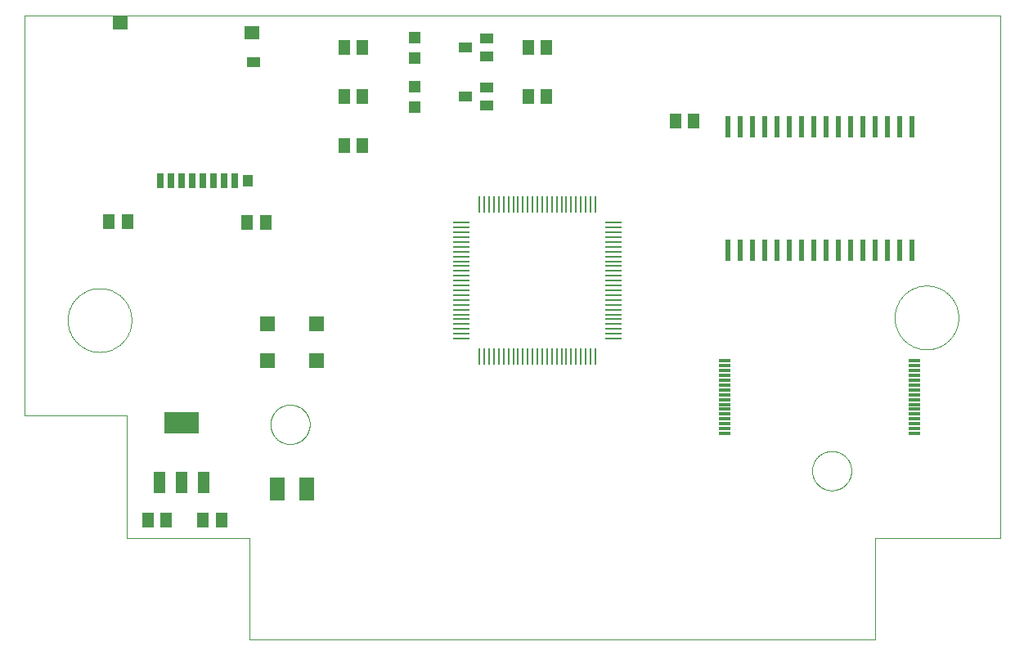
<source format=gtp>
G75*
%MOIN*%
%OFA0B0*%
%FSLAX25Y25*%
%IPPOS*%
%LPD*%
%AMOC8*
5,1,8,0,0,1.08239X$1,22.5*
%
%ADD10R,0.05118X0.05906*%
%ADD11R,0.06299X0.09449*%
%ADD12R,0.04724X0.04724*%
%ADD13R,0.04724X0.01417*%
%ADD14R,0.02362X0.08661*%
%ADD15R,0.07087X0.00950*%
%ADD16R,0.00950X0.07087*%
%ADD17R,0.04800X0.08800*%
%ADD18R,0.14173X0.08661*%
%ADD19C,0.00000*%
%ADD20R,0.05512X0.03937*%
%ADD21R,0.06299X0.05906*%
%ADD22R,0.05906X0.05315*%
%ADD23R,0.03937X0.05118*%
%ADD24R,0.02953X0.05906*%
D10*
X0052500Y0057500D03*
X0059980Y0057500D03*
X0075000Y0057500D03*
X0082480Y0057500D03*
X0092996Y0178624D03*
X0100476Y0178624D03*
X0132500Y0210000D03*
X0139980Y0210000D03*
X0139980Y0230000D03*
X0132500Y0230000D03*
X0132500Y0250000D03*
X0139980Y0250000D03*
X0207500Y0250000D03*
X0214980Y0250000D03*
X0214980Y0230000D03*
X0207500Y0230000D03*
X0267500Y0220000D03*
X0274980Y0220000D03*
X0044067Y0178968D03*
X0036587Y0178968D03*
D11*
X0105335Y0070000D03*
X0117146Y0070000D03*
D12*
X0161240Y0225866D03*
X0161240Y0234134D03*
X0161240Y0245866D03*
X0161240Y0254134D03*
D13*
X0287461Y0122264D03*
X0287461Y0120295D03*
X0287461Y0118327D03*
X0287461Y0116358D03*
X0287461Y0114390D03*
X0287461Y0112421D03*
X0287461Y0110453D03*
X0287461Y0108484D03*
X0287461Y0106516D03*
X0287461Y0104547D03*
X0287461Y0102579D03*
X0287461Y0100610D03*
X0287461Y0098642D03*
X0287461Y0096673D03*
X0287461Y0094705D03*
X0287461Y0092736D03*
X0365020Y0092736D03*
X0365020Y0094705D03*
X0365020Y0096673D03*
X0365020Y0098642D03*
X0365020Y0100610D03*
X0365020Y0102579D03*
X0365020Y0104547D03*
X0365020Y0106516D03*
X0365020Y0108484D03*
X0365020Y0110453D03*
X0365020Y0112421D03*
X0365020Y0114390D03*
X0365020Y0116358D03*
X0365020Y0118327D03*
X0365020Y0120295D03*
X0365020Y0122264D03*
D14*
X0363740Y0167303D03*
X0358740Y0167303D03*
X0353740Y0167303D03*
X0348740Y0167303D03*
X0343740Y0167303D03*
X0338740Y0167303D03*
X0333740Y0167303D03*
X0328740Y0167303D03*
X0323740Y0167303D03*
X0318740Y0167303D03*
X0313740Y0167303D03*
X0308740Y0167303D03*
X0303740Y0167303D03*
X0298740Y0167303D03*
X0293740Y0167303D03*
X0288740Y0167303D03*
X0288740Y0217697D03*
X0293740Y0217697D03*
X0298740Y0217697D03*
X0303740Y0217697D03*
X0308740Y0217697D03*
X0313740Y0217697D03*
X0318740Y0217697D03*
X0323740Y0217697D03*
X0328740Y0217697D03*
X0333740Y0217697D03*
X0338740Y0217697D03*
X0343740Y0217697D03*
X0348740Y0217697D03*
X0353740Y0217697D03*
X0358740Y0217697D03*
X0363740Y0217697D03*
D15*
X0242343Y0178622D03*
X0242343Y0176654D03*
X0242343Y0174685D03*
X0242343Y0172717D03*
X0242343Y0170748D03*
X0242343Y0168780D03*
X0242343Y0166811D03*
X0242343Y0164843D03*
X0242343Y0162874D03*
X0242343Y0160906D03*
X0242343Y0158937D03*
X0242343Y0156969D03*
X0242343Y0155000D03*
X0242343Y0153031D03*
X0242343Y0151063D03*
X0242343Y0149094D03*
X0242343Y0147126D03*
X0242343Y0145157D03*
X0242343Y0143189D03*
X0242343Y0141220D03*
X0242343Y0139252D03*
X0242343Y0137283D03*
X0242343Y0135315D03*
X0242343Y0133346D03*
X0242343Y0131378D03*
X0180138Y0131378D03*
X0180138Y0133346D03*
X0180138Y0135315D03*
X0180138Y0137283D03*
X0180138Y0139252D03*
X0180138Y0141220D03*
X0180138Y0143189D03*
X0180138Y0145157D03*
X0180138Y0147126D03*
X0180138Y0149094D03*
X0180138Y0151063D03*
X0180138Y0153031D03*
X0180138Y0155000D03*
X0180138Y0156969D03*
X0180138Y0158937D03*
X0180138Y0160906D03*
X0180138Y0162874D03*
X0180138Y0164843D03*
X0180138Y0166811D03*
X0180138Y0168780D03*
X0180138Y0170748D03*
X0180138Y0172717D03*
X0180138Y0174685D03*
X0180138Y0176654D03*
X0180138Y0178622D03*
D16*
X0187618Y0186102D03*
X0189587Y0186102D03*
X0191555Y0186102D03*
X0193524Y0186102D03*
X0195492Y0186102D03*
X0197461Y0186102D03*
X0199429Y0186102D03*
X0201398Y0186102D03*
X0203366Y0186102D03*
X0205335Y0186102D03*
X0207303Y0186102D03*
X0209272Y0186102D03*
X0211240Y0186102D03*
X0213209Y0186102D03*
X0215177Y0186102D03*
X0217146Y0186102D03*
X0219114Y0186102D03*
X0221083Y0186102D03*
X0223051Y0186102D03*
X0225020Y0186102D03*
X0226988Y0186102D03*
X0228957Y0186102D03*
X0230925Y0186102D03*
X0232894Y0186102D03*
X0234862Y0186102D03*
X0234862Y0123898D03*
X0232894Y0123898D03*
X0230925Y0123898D03*
X0228957Y0123898D03*
X0226988Y0123898D03*
X0225020Y0123898D03*
X0223051Y0123898D03*
X0221083Y0123898D03*
X0219114Y0123898D03*
X0217146Y0123898D03*
X0215177Y0123898D03*
X0213209Y0123898D03*
X0211240Y0123898D03*
X0209272Y0123898D03*
X0207303Y0123898D03*
X0205335Y0123898D03*
X0203366Y0123898D03*
X0201398Y0123898D03*
X0199429Y0123898D03*
X0197461Y0123898D03*
X0195492Y0123898D03*
X0193524Y0123898D03*
X0191555Y0123898D03*
X0189587Y0123898D03*
X0187618Y0123898D03*
D17*
X0075340Y0072800D03*
X0066240Y0072800D03*
X0057140Y0072800D03*
D18*
X0066240Y0097201D03*
D19*
X0043740Y0050000D02*
X0093740Y0050000D01*
X0093740Y0008750D01*
X0348740Y0008750D01*
X0348740Y0050000D01*
X0399803Y0050000D01*
X0399803Y0263157D01*
X0002165Y0263157D01*
X0002165Y0100000D01*
X0043740Y0100000D01*
X0043740Y0050000D01*
X0102453Y0096398D02*
X0102455Y0096594D01*
X0102463Y0096791D01*
X0102475Y0096987D01*
X0102492Y0097182D01*
X0102513Y0097377D01*
X0102540Y0097572D01*
X0102571Y0097766D01*
X0102607Y0097959D01*
X0102647Y0098151D01*
X0102693Y0098342D01*
X0102743Y0098532D01*
X0102797Y0098720D01*
X0102857Y0098907D01*
X0102921Y0099093D01*
X0102989Y0099277D01*
X0103062Y0099459D01*
X0103139Y0099640D01*
X0103221Y0099818D01*
X0103307Y0099995D01*
X0103398Y0100169D01*
X0103492Y0100341D01*
X0103591Y0100511D01*
X0103694Y0100678D01*
X0103801Y0100843D01*
X0103912Y0101004D01*
X0104027Y0101164D01*
X0104146Y0101320D01*
X0104269Y0101473D01*
X0104395Y0101623D01*
X0104525Y0101770D01*
X0104659Y0101914D01*
X0104796Y0102055D01*
X0104937Y0102192D01*
X0105081Y0102326D01*
X0105228Y0102456D01*
X0105378Y0102582D01*
X0105531Y0102705D01*
X0105687Y0102824D01*
X0105847Y0102939D01*
X0106008Y0103050D01*
X0106173Y0103157D01*
X0106340Y0103260D01*
X0106510Y0103359D01*
X0106682Y0103453D01*
X0106856Y0103544D01*
X0107033Y0103630D01*
X0107211Y0103712D01*
X0107392Y0103789D01*
X0107574Y0103862D01*
X0107758Y0103930D01*
X0107944Y0103994D01*
X0108131Y0104054D01*
X0108319Y0104108D01*
X0108509Y0104158D01*
X0108700Y0104204D01*
X0108892Y0104244D01*
X0109085Y0104280D01*
X0109279Y0104311D01*
X0109474Y0104338D01*
X0109669Y0104359D01*
X0109864Y0104376D01*
X0110060Y0104388D01*
X0110257Y0104396D01*
X0110453Y0104398D01*
X0110649Y0104396D01*
X0110846Y0104388D01*
X0111042Y0104376D01*
X0111237Y0104359D01*
X0111432Y0104338D01*
X0111627Y0104311D01*
X0111821Y0104280D01*
X0112014Y0104244D01*
X0112206Y0104204D01*
X0112397Y0104158D01*
X0112587Y0104108D01*
X0112775Y0104054D01*
X0112962Y0103994D01*
X0113148Y0103930D01*
X0113332Y0103862D01*
X0113514Y0103789D01*
X0113695Y0103712D01*
X0113873Y0103630D01*
X0114050Y0103544D01*
X0114224Y0103453D01*
X0114396Y0103359D01*
X0114566Y0103260D01*
X0114733Y0103157D01*
X0114898Y0103050D01*
X0115059Y0102939D01*
X0115219Y0102824D01*
X0115375Y0102705D01*
X0115528Y0102582D01*
X0115678Y0102456D01*
X0115825Y0102326D01*
X0115969Y0102192D01*
X0116110Y0102055D01*
X0116247Y0101914D01*
X0116381Y0101770D01*
X0116511Y0101623D01*
X0116637Y0101473D01*
X0116760Y0101320D01*
X0116879Y0101164D01*
X0116994Y0101004D01*
X0117105Y0100843D01*
X0117212Y0100678D01*
X0117315Y0100511D01*
X0117414Y0100341D01*
X0117508Y0100169D01*
X0117599Y0099995D01*
X0117685Y0099818D01*
X0117767Y0099640D01*
X0117844Y0099459D01*
X0117917Y0099277D01*
X0117985Y0099093D01*
X0118049Y0098907D01*
X0118109Y0098720D01*
X0118163Y0098532D01*
X0118213Y0098342D01*
X0118259Y0098151D01*
X0118299Y0097959D01*
X0118335Y0097766D01*
X0118366Y0097572D01*
X0118393Y0097377D01*
X0118414Y0097182D01*
X0118431Y0096987D01*
X0118443Y0096791D01*
X0118451Y0096594D01*
X0118453Y0096398D01*
X0118451Y0096202D01*
X0118443Y0096005D01*
X0118431Y0095809D01*
X0118414Y0095614D01*
X0118393Y0095419D01*
X0118366Y0095224D01*
X0118335Y0095030D01*
X0118299Y0094837D01*
X0118259Y0094645D01*
X0118213Y0094454D01*
X0118163Y0094264D01*
X0118109Y0094076D01*
X0118049Y0093889D01*
X0117985Y0093703D01*
X0117917Y0093519D01*
X0117844Y0093337D01*
X0117767Y0093156D01*
X0117685Y0092978D01*
X0117599Y0092801D01*
X0117508Y0092627D01*
X0117414Y0092455D01*
X0117315Y0092285D01*
X0117212Y0092118D01*
X0117105Y0091953D01*
X0116994Y0091792D01*
X0116879Y0091632D01*
X0116760Y0091476D01*
X0116637Y0091323D01*
X0116511Y0091173D01*
X0116381Y0091026D01*
X0116247Y0090882D01*
X0116110Y0090741D01*
X0115969Y0090604D01*
X0115825Y0090470D01*
X0115678Y0090340D01*
X0115528Y0090214D01*
X0115375Y0090091D01*
X0115219Y0089972D01*
X0115059Y0089857D01*
X0114898Y0089746D01*
X0114733Y0089639D01*
X0114566Y0089536D01*
X0114396Y0089437D01*
X0114224Y0089343D01*
X0114050Y0089252D01*
X0113873Y0089166D01*
X0113695Y0089084D01*
X0113514Y0089007D01*
X0113332Y0088934D01*
X0113148Y0088866D01*
X0112962Y0088802D01*
X0112775Y0088742D01*
X0112587Y0088688D01*
X0112397Y0088638D01*
X0112206Y0088592D01*
X0112014Y0088552D01*
X0111821Y0088516D01*
X0111627Y0088485D01*
X0111432Y0088458D01*
X0111237Y0088437D01*
X0111042Y0088420D01*
X0110846Y0088408D01*
X0110649Y0088400D01*
X0110453Y0088398D01*
X0110257Y0088400D01*
X0110060Y0088408D01*
X0109864Y0088420D01*
X0109669Y0088437D01*
X0109474Y0088458D01*
X0109279Y0088485D01*
X0109085Y0088516D01*
X0108892Y0088552D01*
X0108700Y0088592D01*
X0108509Y0088638D01*
X0108319Y0088688D01*
X0108131Y0088742D01*
X0107944Y0088802D01*
X0107758Y0088866D01*
X0107574Y0088934D01*
X0107392Y0089007D01*
X0107211Y0089084D01*
X0107033Y0089166D01*
X0106856Y0089252D01*
X0106682Y0089343D01*
X0106510Y0089437D01*
X0106340Y0089536D01*
X0106173Y0089639D01*
X0106008Y0089746D01*
X0105847Y0089857D01*
X0105687Y0089972D01*
X0105531Y0090091D01*
X0105378Y0090214D01*
X0105228Y0090340D01*
X0105081Y0090470D01*
X0104937Y0090604D01*
X0104796Y0090741D01*
X0104659Y0090882D01*
X0104525Y0091026D01*
X0104395Y0091173D01*
X0104269Y0091323D01*
X0104146Y0091476D01*
X0104027Y0091632D01*
X0103912Y0091792D01*
X0103801Y0091953D01*
X0103694Y0092118D01*
X0103591Y0092285D01*
X0103492Y0092455D01*
X0103398Y0092627D01*
X0103307Y0092801D01*
X0103221Y0092978D01*
X0103139Y0093156D01*
X0103062Y0093337D01*
X0102989Y0093519D01*
X0102921Y0093703D01*
X0102857Y0093889D01*
X0102797Y0094076D01*
X0102743Y0094264D01*
X0102693Y0094454D01*
X0102647Y0094645D01*
X0102607Y0094837D01*
X0102571Y0095030D01*
X0102540Y0095224D01*
X0102513Y0095419D01*
X0102492Y0095614D01*
X0102475Y0095809D01*
X0102463Y0096005D01*
X0102455Y0096202D01*
X0102453Y0096398D01*
X0019819Y0138886D02*
X0019823Y0139205D01*
X0019835Y0139524D01*
X0019854Y0139842D01*
X0019882Y0140160D01*
X0019917Y0140477D01*
X0019960Y0140793D01*
X0020010Y0141109D01*
X0020069Y0141422D01*
X0020135Y0141734D01*
X0020209Y0142045D01*
X0020290Y0142353D01*
X0020379Y0142660D01*
X0020475Y0142964D01*
X0020579Y0143266D01*
X0020690Y0143565D01*
X0020809Y0143861D01*
X0020934Y0144154D01*
X0021067Y0144444D01*
X0021207Y0144731D01*
X0021354Y0145014D01*
X0021508Y0145294D01*
X0021669Y0145569D01*
X0021836Y0145841D01*
X0022010Y0146108D01*
X0022190Y0146372D01*
X0022377Y0146630D01*
X0022570Y0146884D01*
X0022770Y0147133D01*
X0022975Y0147377D01*
X0023187Y0147616D01*
X0023404Y0147850D01*
X0023627Y0148078D01*
X0023855Y0148301D01*
X0024089Y0148518D01*
X0024328Y0148730D01*
X0024572Y0148935D01*
X0024821Y0149135D01*
X0025075Y0149328D01*
X0025333Y0149515D01*
X0025597Y0149695D01*
X0025864Y0149869D01*
X0026136Y0150036D01*
X0026411Y0150197D01*
X0026691Y0150351D01*
X0026974Y0150498D01*
X0027261Y0150638D01*
X0027551Y0150771D01*
X0027844Y0150896D01*
X0028140Y0151015D01*
X0028439Y0151126D01*
X0028741Y0151230D01*
X0029045Y0151326D01*
X0029352Y0151415D01*
X0029660Y0151496D01*
X0029971Y0151570D01*
X0030283Y0151636D01*
X0030596Y0151695D01*
X0030912Y0151745D01*
X0031228Y0151788D01*
X0031545Y0151823D01*
X0031863Y0151851D01*
X0032181Y0151870D01*
X0032500Y0151882D01*
X0032819Y0151886D01*
X0033138Y0151882D01*
X0033457Y0151870D01*
X0033775Y0151851D01*
X0034093Y0151823D01*
X0034410Y0151788D01*
X0034726Y0151745D01*
X0035042Y0151695D01*
X0035355Y0151636D01*
X0035667Y0151570D01*
X0035978Y0151496D01*
X0036286Y0151415D01*
X0036593Y0151326D01*
X0036897Y0151230D01*
X0037199Y0151126D01*
X0037498Y0151015D01*
X0037794Y0150896D01*
X0038087Y0150771D01*
X0038377Y0150638D01*
X0038664Y0150498D01*
X0038947Y0150351D01*
X0039227Y0150197D01*
X0039502Y0150036D01*
X0039774Y0149869D01*
X0040041Y0149695D01*
X0040305Y0149515D01*
X0040563Y0149328D01*
X0040817Y0149135D01*
X0041066Y0148935D01*
X0041310Y0148730D01*
X0041549Y0148518D01*
X0041783Y0148301D01*
X0042011Y0148078D01*
X0042234Y0147850D01*
X0042451Y0147616D01*
X0042663Y0147377D01*
X0042868Y0147133D01*
X0043068Y0146884D01*
X0043261Y0146630D01*
X0043448Y0146372D01*
X0043628Y0146108D01*
X0043802Y0145841D01*
X0043969Y0145569D01*
X0044130Y0145294D01*
X0044284Y0145014D01*
X0044431Y0144731D01*
X0044571Y0144444D01*
X0044704Y0144154D01*
X0044829Y0143861D01*
X0044948Y0143565D01*
X0045059Y0143266D01*
X0045163Y0142964D01*
X0045259Y0142660D01*
X0045348Y0142353D01*
X0045429Y0142045D01*
X0045503Y0141734D01*
X0045569Y0141422D01*
X0045628Y0141109D01*
X0045678Y0140793D01*
X0045721Y0140477D01*
X0045756Y0140160D01*
X0045784Y0139842D01*
X0045803Y0139524D01*
X0045815Y0139205D01*
X0045819Y0138886D01*
X0045815Y0138567D01*
X0045803Y0138248D01*
X0045784Y0137930D01*
X0045756Y0137612D01*
X0045721Y0137295D01*
X0045678Y0136979D01*
X0045628Y0136663D01*
X0045569Y0136350D01*
X0045503Y0136038D01*
X0045429Y0135727D01*
X0045348Y0135419D01*
X0045259Y0135112D01*
X0045163Y0134808D01*
X0045059Y0134506D01*
X0044948Y0134207D01*
X0044829Y0133911D01*
X0044704Y0133618D01*
X0044571Y0133328D01*
X0044431Y0133041D01*
X0044284Y0132758D01*
X0044130Y0132478D01*
X0043969Y0132203D01*
X0043802Y0131931D01*
X0043628Y0131664D01*
X0043448Y0131400D01*
X0043261Y0131142D01*
X0043068Y0130888D01*
X0042868Y0130639D01*
X0042663Y0130395D01*
X0042451Y0130156D01*
X0042234Y0129922D01*
X0042011Y0129694D01*
X0041783Y0129471D01*
X0041549Y0129254D01*
X0041310Y0129042D01*
X0041066Y0128837D01*
X0040817Y0128637D01*
X0040563Y0128444D01*
X0040305Y0128257D01*
X0040041Y0128077D01*
X0039774Y0127903D01*
X0039502Y0127736D01*
X0039227Y0127575D01*
X0038947Y0127421D01*
X0038664Y0127274D01*
X0038377Y0127134D01*
X0038087Y0127001D01*
X0037794Y0126876D01*
X0037498Y0126757D01*
X0037199Y0126646D01*
X0036897Y0126542D01*
X0036593Y0126446D01*
X0036286Y0126357D01*
X0035978Y0126276D01*
X0035667Y0126202D01*
X0035355Y0126136D01*
X0035042Y0126077D01*
X0034726Y0126027D01*
X0034410Y0125984D01*
X0034093Y0125949D01*
X0033775Y0125921D01*
X0033457Y0125902D01*
X0033138Y0125890D01*
X0032819Y0125886D01*
X0032500Y0125890D01*
X0032181Y0125902D01*
X0031863Y0125921D01*
X0031545Y0125949D01*
X0031228Y0125984D01*
X0030912Y0126027D01*
X0030596Y0126077D01*
X0030283Y0126136D01*
X0029971Y0126202D01*
X0029660Y0126276D01*
X0029352Y0126357D01*
X0029045Y0126446D01*
X0028741Y0126542D01*
X0028439Y0126646D01*
X0028140Y0126757D01*
X0027844Y0126876D01*
X0027551Y0127001D01*
X0027261Y0127134D01*
X0026974Y0127274D01*
X0026691Y0127421D01*
X0026411Y0127575D01*
X0026136Y0127736D01*
X0025864Y0127903D01*
X0025597Y0128077D01*
X0025333Y0128257D01*
X0025075Y0128444D01*
X0024821Y0128637D01*
X0024572Y0128837D01*
X0024328Y0129042D01*
X0024089Y0129254D01*
X0023855Y0129471D01*
X0023627Y0129694D01*
X0023404Y0129922D01*
X0023187Y0130156D01*
X0022975Y0130395D01*
X0022770Y0130639D01*
X0022570Y0130888D01*
X0022377Y0131142D01*
X0022190Y0131400D01*
X0022010Y0131664D01*
X0021836Y0131931D01*
X0021669Y0132203D01*
X0021508Y0132478D01*
X0021354Y0132758D01*
X0021207Y0133041D01*
X0021067Y0133328D01*
X0020934Y0133618D01*
X0020809Y0133911D01*
X0020690Y0134207D01*
X0020579Y0134506D01*
X0020475Y0134808D01*
X0020379Y0135112D01*
X0020290Y0135419D01*
X0020209Y0135727D01*
X0020135Y0136038D01*
X0020069Y0136350D01*
X0020010Y0136663D01*
X0019960Y0136979D01*
X0019917Y0137295D01*
X0019882Y0137612D01*
X0019854Y0137930D01*
X0019835Y0138248D01*
X0019823Y0138567D01*
X0019819Y0138886D01*
X0323197Y0077500D02*
X0323199Y0077696D01*
X0323207Y0077893D01*
X0323219Y0078089D01*
X0323236Y0078284D01*
X0323257Y0078479D01*
X0323284Y0078674D01*
X0323315Y0078868D01*
X0323351Y0079061D01*
X0323391Y0079253D01*
X0323437Y0079444D01*
X0323487Y0079634D01*
X0323541Y0079822D01*
X0323601Y0080009D01*
X0323665Y0080195D01*
X0323733Y0080379D01*
X0323806Y0080561D01*
X0323883Y0080742D01*
X0323965Y0080920D01*
X0324051Y0081097D01*
X0324142Y0081271D01*
X0324236Y0081443D01*
X0324335Y0081613D01*
X0324438Y0081780D01*
X0324545Y0081945D01*
X0324656Y0082106D01*
X0324771Y0082266D01*
X0324890Y0082422D01*
X0325013Y0082575D01*
X0325139Y0082725D01*
X0325269Y0082872D01*
X0325403Y0083016D01*
X0325540Y0083157D01*
X0325681Y0083294D01*
X0325825Y0083428D01*
X0325972Y0083558D01*
X0326122Y0083684D01*
X0326275Y0083807D01*
X0326431Y0083926D01*
X0326591Y0084041D01*
X0326752Y0084152D01*
X0326917Y0084259D01*
X0327084Y0084362D01*
X0327254Y0084461D01*
X0327426Y0084555D01*
X0327600Y0084646D01*
X0327777Y0084732D01*
X0327955Y0084814D01*
X0328136Y0084891D01*
X0328318Y0084964D01*
X0328502Y0085032D01*
X0328688Y0085096D01*
X0328875Y0085156D01*
X0329063Y0085210D01*
X0329253Y0085260D01*
X0329444Y0085306D01*
X0329636Y0085346D01*
X0329829Y0085382D01*
X0330023Y0085413D01*
X0330218Y0085440D01*
X0330413Y0085461D01*
X0330608Y0085478D01*
X0330804Y0085490D01*
X0331001Y0085498D01*
X0331197Y0085500D01*
X0331393Y0085498D01*
X0331590Y0085490D01*
X0331786Y0085478D01*
X0331981Y0085461D01*
X0332176Y0085440D01*
X0332371Y0085413D01*
X0332565Y0085382D01*
X0332758Y0085346D01*
X0332950Y0085306D01*
X0333141Y0085260D01*
X0333331Y0085210D01*
X0333519Y0085156D01*
X0333706Y0085096D01*
X0333892Y0085032D01*
X0334076Y0084964D01*
X0334258Y0084891D01*
X0334439Y0084814D01*
X0334617Y0084732D01*
X0334794Y0084646D01*
X0334968Y0084555D01*
X0335140Y0084461D01*
X0335310Y0084362D01*
X0335477Y0084259D01*
X0335642Y0084152D01*
X0335803Y0084041D01*
X0335963Y0083926D01*
X0336119Y0083807D01*
X0336272Y0083684D01*
X0336422Y0083558D01*
X0336569Y0083428D01*
X0336713Y0083294D01*
X0336854Y0083157D01*
X0336991Y0083016D01*
X0337125Y0082872D01*
X0337255Y0082725D01*
X0337381Y0082575D01*
X0337504Y0082422D01*
X0337623Y0082266D01*
X0337738Y0082106D01*
X0337849Y0081945D01*
X0337956Y0081780D01*
X0338059Y0081613D01*
X0338158Y0081443D01*
X0338252Y0081271D01*
X0338343Y0081097D01*
X0338429Y0080920D01*
X0338511Y0080742D01*
X0338588Y0080561D01*
X0338661Y0080379D01*
X0338729Y0080195D01*
X0338793Y0080009D01*
X0338853Y0079822D01*
X0338907Y0079634D01*
X0338957Y0079444D01*
X0339003Y0079253D01*
X0339043Y0079061D01*
X0339079Y0078868D01*
X0339110Y0078674D01*
X0339137Y0078479D01*
X0339158Y0078284D01*
X0339175Y0078089D01*
X0339187Y0077893D01*
X0339195Y0077696D01*
X0339197Y0077500D01*
X0339195Y0077304D01*
X0339187Y0077107D01*
X0339175Y0076911D01*
X0339158Y0076716D01*
X0339137Y0076521D01*
X0339110Y0076326D01*
X0339079Y0076132D01*
X0339043Y0075939D01*
X0339003Y0075747D01*
X0338957Y0075556D01*
X0338907Y0075366D01*
X0338853Y0075178D01*
X0338793Y0074991D01*
X0338729Y0074805D01*
X0338661Y0074621D01*
X0338588Y0074439D01*
X0338511Y0074258D01*
X0338429Y0074080D01*
X0338343Y0073903D01*
X0338252Y0073729D01*
X0338158Y0073557D01*
X0338059Y0073387D01*
X0337956Y0073220D01*
X0337849Y0073055D01*
X0337738Y0072894D01*
X0337623Y0072734D01*
X0337504Y0072578D01*
X0337381Y0072425D01*
X0337255Y0072275D01*
X0337125Y0072128D01*
X0336991Y0071984D01*
X0336854Y0071843D01*
X0336713Y0071706D01*
X0336569Y0071572D01*
X0336422Y0071442D01*
X0336272Y0071316D01*
X0336119Y0071193D01*
X0335963Y0071074D01*
X0335803Y0070959D01*
X0335642Y0070848D01*
X0335477Y0070741D01*
X0335310Y0070638D01*
X0335140Y0070539D01*
X0334968Y0070445D01*
X0334794Y0070354D01*
X0334617Y0070268D01*
X0334439Y0070186D01*
X0334258Y0070109D01*
X0334076Y0070036D01*
X0333892Y0069968D01*
X0333706Y0069904D01*
X0333519Y0069844D01*
X0333331Y0069790D01*
X0333141Y0069740D01*
X0332950Y0069694D01*
X0332758Y0069654D01*
X0332565Y0069618D01*
X0332371Y0069587D01*
X0332176Y0069560D01*
X0331981Y0069539D01*
X0331786Y0069522D01*
X0331590Y0069510D01*
X0331393Y0069502D01*
X0331197Y0069500D01*
X0331001Y0069502D01*
X0330804Y0069510D01*
X0330608Y0069522D01*
X0330413Y0069539D01*
X0330218Y0069560D01*
X0330023Y0069587D01*
X0329829Y0069618D01*
X0329636Y0069654D01*
X0329444Y0069694D01*
X0329253Y0069740D01*
X0329063Y0069790D01*
X0328875Y0069844D01*
X0328688Y0069904D01*
X0328502Y0069968D01*
X0328318Y0070036D01*
X0328136Y0070109D01*
X0327955Y0070186D01*
X0327777Y0070268D01*
X0327600Y0070354D01*
X0327426Y0070445D01*
X0327254Y0070539D01*
X0327084Y0070638D01*
X0326917Y0070741D01*
X0326752Y0070848D01*
X0326591Y0070959D01*
X0326431Y0071074D01*
X0326275Y0071193D01*
X0326122Y0071316D01*
X0325972Y0071442D01*
X0325825Y0071572D01*
X0325681Y0071706D01*
X0325540Y0071843D01*
X0325403Y0071984D01*
X0325269Y0072128D01*
X0325139Y0072275D01*
X0325013Y0072425D01*
X0324890Y0072578D01*
X0324771Y0072734D01*
X0324656Y0072894D01*
X0324545Y0073055D01*
X0324438Y0073220D01*
X0324335Y0073387D01*
X0324236Y0073557D01*
X0324142Y0073729D01*
X0324051Y0073903D01*
X0323965Y0074080D01*
X0323883Y0074258D01*
X0323806Y0074439D01*
X0323733Y0074621D01*
X0323665Y0074805D01*
X0323601Y0074991D01*
X0323541Y0075178D01*
X0323487Y0075366D01*
X0323437Y0075556D01*
X0323391Y0075747D01*
X0323351Y0075939D01*
X0323315Y0076132D01*
X0323284Y0076326D01*
X0323257Y0076521D01*
X0323236Y0076716D01*
X0323219Y0076911D01*
X0323207Y0077107D01*
X0323199Y0077304D01*
X0323197Y0077500D01*
X0356854Y0139949D02*
X0356858Y0140268D01*
X0356870Y0140587D01*
X0356889Y0140905D01*
X0356917Y0141223D01*
X0356952Y0141540D01*
X0356995Y0141856D01*
X0357045Y0142172D01*
X0357104Y0142485D01*
X0357170Y0142797D01*
X0357244Y0143108D01*
X0357325Y0143416D01*
X0357414Y0143723D01*
X0357510Y0144027D01*
X0357614Y0144329D01*
X0357725Y0144628D01*
X0357844Y0144924D01*
X0357969Y0145217D01*
X0358102Y0145507D01*
X0358242Y0145794D01*
X0358389Y0146077D01*
X0358543Y0146357D01*
X0358704Y0146632D01*
X0358871Y0146904D01*
X0359045Y0147171D01*
X0359225Y0147435D01*
X0359412Y0147693D01*
X0359605Y0147947D01*
X0359805Y0148196D01*
X0360010Y0148440D01*
X0360222Y0148679D01*
X0360439Y0148913D01*
X0360662Y0149141D01*
X0360890Y0149364D01*
X0361124Y0149581D01*
X0361363Y0149793D01*
X0361607Y0149998D01*
X0361856Y0150198D01*
X0362110Y0150391D01*
X0362368Y0150578D01*
X0362632Y0150758D01*
X0362899Y0150932D01*
X0363171Y0151099D01*
X0363446Y0151260D01*
X0363726Y0151414D01*
X0364009Y0151561D01*
X0364296Y0151701D01*
X0364586Y0151834D01*
X0364879Y0151959D01*
X0365175Y0152078D01*
X0365474Y0152189D01*
X0365776Y0152293D01*
X0366080Y0152389D01*
X0366387Y0152478D01*
X0366695Y0152559D01*
X0367006Y0152633D01*
X0367318Y0152699D01*
X0367631Y0152758D01*
X0367947Y0152808D01*
X0368263Y0152851D01*
X0368580Y0152886D01*
X0368898Y0152914D01*
X0369216Y0152933D01*
X0369535Y0152945D01*
X0369854Y0152949D01*
X0370173Y0152945D01*
X0370492Y0152933D01*
X0370810Y0152914D01*
X0371128Y0152886D01*
X0371445Y0152851D01*
X0371761Y0152808D01*
X0372077Y0152758D01*
X0372390Y0152699D01*
X0372702Y0152633D01*
X0373013Y0152559D01*
X0373321Y0152478D01*
X0373628Y0152389D01*
X0373932Y0152293D01*
X0374234Y0152189D01*
X0374533Y0152078D01*
X0374829Y0151959D01*
X0375122Y0151834D01*
X0375412Y0151701D01*
X0375699Y0151561D01*
X0375982Y0151414D01*
X0376262Y0151260D01*
X0376537Y0151099D01*
X0376809Y0150932D01*
X0377076Y0150758D01*
X0377340Y0150578D01*
X0377598Y0150391D01*
X0377852Y0150198D01*
X0378101Y0149998D01*
X0378345Y0149793D01*
X0378584Y0149581D01*
X0378818Y0149364D01*
X0379046Y0149141D01*
X0379269Y0148913D01*
X0379486Y0148679D01*
X0379698Y0148440D01*
X0379903Y0148196D01*
X0380103Y0147947D01*
X0380296Y0147693D01*
X0380483Y0147435D01*
X0380663Y0147171D01*
X0380837Y0146904D01*
X0381004Y0146632D01*
X0381165Y0146357D01*
X0381319Y0146077D01*
X0381466Y0145794D01*
X0381606Y0145507D01*
X0381739Y0145217D01*
X0381864Y0144924D01*
X0381983Y0144628D01*
X0382094Y0144329D01*
X0382198Y0144027D01*
X0382294Y0143723D01*
X0382383Y0143416D01*
X0382464Y0143108D01*
X0382538Y0142797D01*
X0382604Y0142485D01*
X0382663Y0142172D01*
X0382713Y0141856D01*
X0382756Y0141540D01*
X0382791Y0141223D01*
X0382819Y0140905D01*
X0382838Y0140587D01*
X0382850Y0140268D01*
X0382854Y0139949D01*
X0382850Y0139630D01*
X0382838Y0139311D01*
X0382819Y0138993D01*
X0382791Y0138675D01*
X0382756Y0138358D01*
X0382713Y0138042D01*
X0382663Y0137726D01*
X0382604Y0137413D01*
X0382538Y0137101D01*
X0382464Y0136790D01*
X0382383Y0136482D01*
X0382294Y0136175D01*
X0382198Y0135871D01*
X0382094Y0135569D01*
X0381983Y0135270D01*
X0381864Y0134974D01*
X0381739Y0134681D01*
X0381606Y0134391D01*
X0381466Y0134104D01*
X0381319Y0133821D01*
X0381165Y0133541D01*
X0381004Y0133266D01*
X0380837Y0132994D01*
X0380663Y0132727D01*
X0380483Y0132463D01*
X0380296Y0132205D01*
X0380103Y0131951D01*
X0379903Y0131702D01*
X0379698Y0131458D01*
X0379486Y0131219D01*
X0379269Y0130985D01*
X0379046Y0130757D01*
X0378818Y0130534D01*
X0378584Y0130317D01*
X0378345Y0130105D01*
X0378101Y0129900D01*
X0377852Y0129700D01*
X0377598Y0129507D01*
X0377340Y0129320D01*
X0377076Y0129140D01*
X0376809Y0128966D01*
X0376537Y0128799D01*
X0376262Y0128638D01*
X0375982Y0128484D01*
X0375699Y0128337D01*
X0375412Y0128197D01*
X0375122Y0128064D01*
X0374829Y0127939D01*
X0374533Y0127820D01*
X0374234Y0127709D01*
X0373932Y0127605D01*
X0373628Y0127509D01*
X0373321Y0127420D01*
X0373013Y0127339D01*
X0372702Y0127265D01*
X0372390Y0127199D01*
X0372077Y0127140D01*
X0371761Y0127090D01*
X0371445Y0127047D01*
X0371128Y0127012D01*
X0370810Y0126984D01*
X0370492Y0126965D01*
X0370173Y0126953D01*
X0369854Y0126949D01*
X0369535Y0126953D01*
X0369216Y0126965D01*
X0368898Y0126984D01*
X0368580Y0127012D01*
X0368263Y0127047D01*
X0367947Y0127090D01*
X0367631Y0127140D01*
X0367318Y0127199D01*
X0367006Y0127265D01*
X0366695Y0127339D01*
X0366387Y0127420D01*
X0366080Y0127509D01*
X0365776Y0127605D01*
X0365474Y0127709D01*
X0365175Y0127820D01*
X0364879Y0127939D01*
X0364586Y0128064D01*
X0364296Y0128197D01*
X0364009Y0128337D01*
X0363726Y0128484D01*
X0363446Y0128638D01*
X0363171Y0128799D01*
X0362899Y0128966D01*
X0362632Y0129140D01*
X0362368Y0129320D01*
X0362110Y0129507D01*
X0361856Y0129700D01*
X0361607Y0129900D01*
X0361363Y0130105D01*
X0361124Y0130317D01*
X0360890Y0130534D01*
X0360662Y0130757D01*
X0360439Y0130985D01*
X0360222Y0131219D01*
X0360010Y0131458D01*
X0359805Y0131702D01*
X0359605Y0131951D01*
X0359412Y0132205D01*
X0359225Y0132463D01*
X0359045Y0132727D01*
X0358871Y0132994D01*
X0358704Y0133266D01*
X0358543Y0133541D01*
X0358389Y0133821D01*
X0358242Y0134104D01*
X0358102Y0134391D01*
X0357969Y0134681D01*
X0357844Y0134974D01*
X0357725Y0135270D01*
X0357614Y0135569D01*
X0357510Y0135871D01*
X0357414Y0136175D01*
X0357325Y0136482D01*
X0357244Y0136790D01*
X0357170Y0137101D01*
X0357104Y0137413D01*
X0357045Y0137726D01*
X0356995Y0138042D01*
X0356952Y0138358D01*
X0356917Y0138675D01*
X0356889Y0138993D01*
X0356870Y0139311D01*
X0356858Y0139630D01*
X0356854Y0139949D01*
D20*
X0190571Y0226260D03*
X0181910Y0230000D03*
X0190571Y0233740D03*
X0190571Y0246260D03*
X0181910Y0250000D03*
X0190571Y0253740D03*
X0095544Y0244096D03*
D21*
X0101201Y0137480D03*
X0101201Y0122520D03*
X0121280Y0122520D03*
X0121280Y0137480D03*
D22*
X0094954Y0256005D03*
X0041214Y0259942D03*
D23*
X0093280Y0195867D03*
D24*
X0087966Y0195670D03*
X0083635Y0195670D03*
X0079304Y0195670D03*
X0074973Y0195670D03*
X0070643Y0195670D03*
X0066312Y0195670D03*
X0061981Y0195670D03*
X0057651Y0195670D03*
M02*

</source>
